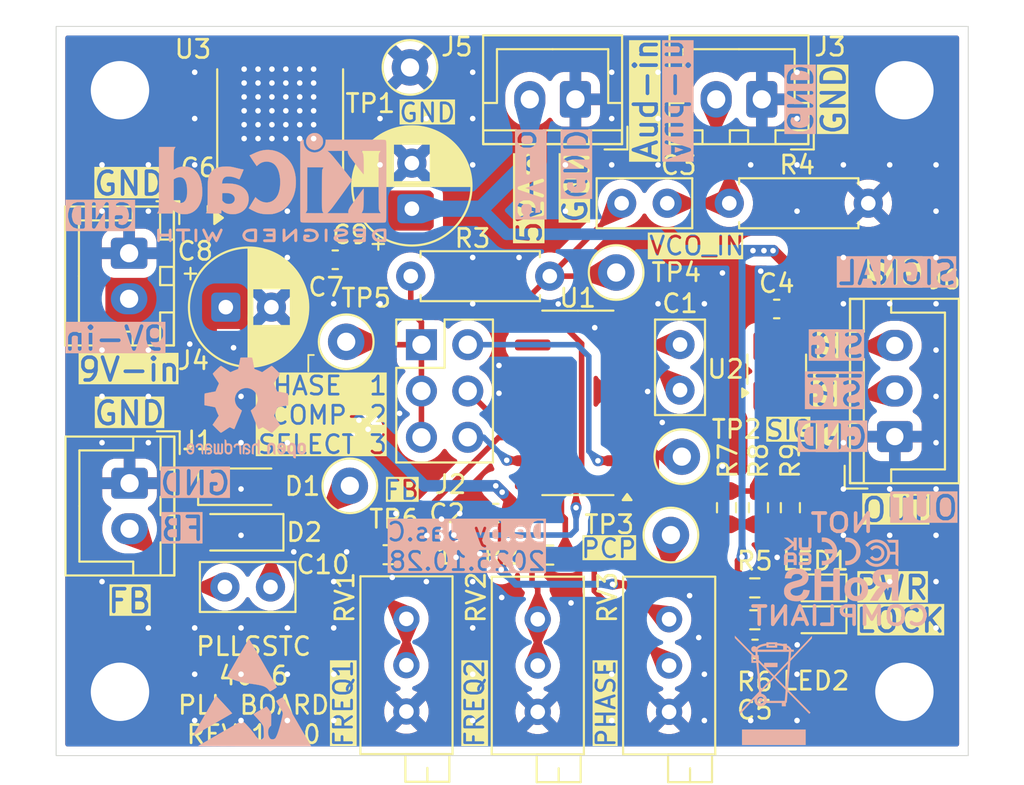
<source format=kicad_pcb>
(kicad_pcb (version 20241229) (generator "pcbnew") (generator_version "9.0")
  (title_block (title "4046 PLL Board") (date "2025-10-28") (rev "1.0.0") (company "Jason Chen"))
  (layers (0 "F.Cu" signal) (2 "B.Cu" signal) (13 "F.Paste" user) (15 "B.Paste" user) (5 "F.SilkS" user "F.Silkscreen") (7 "B.SilkS" user "B.Silkscreen") (1 "F.Mask" user) (3 "B.Mask" user) (25 "Edge.Cuts" user))
  (net 0 "")
  (net 1 "Net-(U1-C1)")
  (net 2 "Net-(U1-C2)")
  (net 3 "GND")
  (net 4 "+5V")
  (net 5 "Net-(LED2-A)")
  (net 6 "+9V")
  (net 7 "/FB")
  (net 8 "/PHASE_COMP_2")
  (net 9 "/PHASE_COMP_3")
  (net 10 "/PHASE_COMP_1")
  (net 11 "/SIG_OUT")
  (net 12 "/SIG_OUT_INV")
  (net 13 "Net-(LED1-A)")
  (net 14 "Net-(U1-R1)")
  (net 15 "Net-(R1-Pad2)")
  (net 16 "Net-(U1-R2)")
  (net 17 "Net-(R2-Pad2)")
  (net 18 "/LOCK_STATUS")
  (net 19 "/SIG")
  (net 21 "/VCO_IN")
  (net 22 "Net-(J1-Pin_2)")
  (net 23 "/PHASE_COMP")
  (net 24 "Net-(R7-Pad2)")
  (net 25 "/AUDIO_IN")
  (footprint "LED_SMD:LED_0603_1608Metric_Pad1.05x0.95mm_HandSolder" (layer "F.Cu") (at 163.4375 110.725 180)
    (property "Reference" "LED2")
    (property "Value" "Lock Green")
  )
  (footprint "Capacitor_SMD:C_0603_1608Metric_Pad1.08x0.95mm_HandSolder" (layer "F.Cu") (at 129.575 88.175 -90)
    (property "Reference" "C6")
    (property "Value" "100nF 50V")
  )
  (footprint "LED_SMD:LED_0603_1608Metric_Pad1.05x0.95mm_HandSolder" (layer "F.Cu") (at 163.4375 108.975 180)
    (property "Reference" "LED1")
    (property "Value" "PWR Yellow")
  )
  (footprint "Capacitor_THT:CP_Radial_D6.3mm_P2.50mm" (layer "F.Cu") (at 131.075 93.575)
    (property "Reference" "C8")
    (property "Value" "220uF 16V")
  )
  (footprint "TestPoint:TestPoint_Loop_D2.50mm_Drill1.0mm" (layer "F.Cu") (at 152.475 91.675)
    (property "Reference" "TP4")
    (property "Value" "TestPoint")
  )
  (footprint "MountingHole:MountingHole_3.2mm_M3_DIN965_Pad_TopBottom" (layer "F.Cu") (at 168.275 114.675)
    (property "Reference" "H4" (hide yes))
    (property "Value" "M3 MountingHole")
  )
  (footprint "Package_TO_SOT_SMD:TO-252-2" (layer "F.Cu") (at 134.055 83.635 90)
    (property "Reference" "U3")
    (property "Value" "L78M05")
  )
  (footprint "MountingHole:MountingHole_3.2mm_M3_DIN965_Pad_TopBottom" (layer "F.Cu") (at 125.275 114.675)
    (property "Reference" "H3" (hide yes))
    (property "Value" "M3 MountingHole")
  )
  (footprint "Potentiometer_THT:Potentiometer_Bourns_3296X_Horizontal" (layer "F.Cu") (at 155.375 110.695 90)
    (property "Reference" "RV3")
    (property "Value" "20k 3296Z")
  )
  (footprint "Capacitor_THT:C_Disc_D5.0mm_W2.5mm_P2.50mm" (layer "F.Cu") (at 133.525 108.925 180)
    (property "Reference" "C10")
    (property "Value" "100nF 50V")
  )
  (footprint "Connector_JST:JST_XH_B2B-XH-A_1x02_P2.50mm_Vertical" (layer "F.Cu") (at 150.24 82.175 180)
    (property "Reference" "J5")
    (property "Value" "Conn_01x02_Pin")
  )
  (footprint "TestPoint:TestPoint_Loop_D2.50mm_Drill1.0mm" (layer "F.Cu") (at 155.475 106.075)
    (property "Reference" "TP3")
    (property "Value" "TestPoint")
  )
  (footprint "Resistor_SMD:R_0603_1608Metric_Pad0.98x0.95mm_HandSolder" (layer "F.Cu") (at 160.075 108.975)
    (property "Reference" "R5")
    (property "Value" "1k")
  )
  (footprint "Resistor_SMD:R_0603_1608Metric_Pad0.98x0.95mm_HandSolder" (layer "F.Cu") (at 158.525 104.575 90)
    (property "Reference" "R7")
    (property "Value" "1k")
  )
  (footprint "Resistor_SMD:R_0603_1608Metric_Pad0.98x0.95mm_HandSolder" (layer "F.Cu") (at 148.775 107.175 180)
    (property "Reference" "R2")
    (property "Value" "3k")
  )
  (footprint "Potentiometer_THT:Potentiometer_Bourns_3296X_Horizontal" (layer "F.Cu") (at 148.175 110.695 90)
    (property "Reference" "RV2")
    (property "Value" "20k 3296Z")
  )
  (footprint "MountingHole:MountingHole_3.2mm_M3_DIN965_Pad_TopBottom" (layer "F.Cu") (at 125.275 81.675)
    (property "Reference" "H1" (hide yes))
    (property "Value" "M3 MountingHole")
  )
  (footprint "Connector_JST:JST_XH_B3B-XH-A_1x03_P2.50mm_Vertical" (layer "F.Cu") (at 167.75 100.675 90)
    (property "Reference" "J6")
    (property "Value" "Conn_01x03_Pin")
  )
  (footprint "Capacitor_SMD:C_0603_1608Metric_Pad1.08x0.95mm_HandSolder" (layer "F.Cu") (at 137.075 90.975)
    (property "Reference" "C7")
    (property "Value" "100nF 50V")
  )
  (footprint "Connector_JST:JST_XH_B2B-XH-A_1x02_P2.50mm_Vertical" (layer "F.Cu") (at 160.4575 82.175 180)
    (property "Reference" "J3")
    (property "Value" "Conn_01x02_Pin")
  )
  (footprint "Diode_SMD:D_SOD-123" (layer "F.Cu") (at 131.92 103.425)
    (property "Reference" "D1")
    (property "Value" "1N4148W")
  )
  (footprint "Capacitor_SMD:C_0603_1608Metric_Pad1.08x0.95mm_HandSolder" (layer "F.Cu") (at 160.0875 112.325)
    (property "Reference" "C5")
    (property "Value" "DNP")
  )
  (footprint "Potentiometer_THT:Potentiometer_Bourns_3296X_Horizontal" (layer "F.Cu") (at 140.975 110.675 90)
    (property "Reference" "RV1")
    (property "Value" "20k 3296Z")
  )
  (footprint "Capacitor_THT:CP_Radial_D6.3mm_P2.50mm" (layer "F.Cu") (at 141.275 88.175 90)
    (property "Reference" "C9")
    (property "Value" "220uF 16V")
  )
  (footprint "Connector_PinHeader_2.54mm:PinHeader_2x03_P2.54mm_Vertical" (layer "F.Cu") (at 141.8 95.635)
    (property "Reference" "J2")
    (property "Value" "Conn_02x03_Odd_Even")
  )
  (footprint "Capacitor_THT:C_Disc_D5.0mm_W2.5mm_P2.50mm" (layer "F.Cu") (at 155.975 98.125 90)
    (property "Reference" "C1")
    (property "Value" "TBDpF 50v")
  )
  (footprint "Package_TO_SOT_SMD:SOT-23-6_Handsoldering" (layer "F.Cu") (at 161.275 97.075 90)
    (property "Reference" "U2")
    (property "Value" "74LVC2G04")
  )
  (footprint "Connector_JST:JST_XH_B2B-XH-A_1x02_P2.50mm_Vertical" (layer "F.Cu") (at 125.775 90.616667 -90)
    (property "Reference" "J4")
    (property "Value" "Conn_01x02_Pin")
  )
  (footprint "Resistor_SMD:R_0603_1608Metric_Pad0.98x0.95mm_HandSolder" (layer "F.Cu") (at 162.025 104.575 90)
    (property "Reference" "R9")
    (property "Value" "DNP")
  )
  (footprint "Package_SO:SOIC-16_3.9x9.9mm_P1.27mm" (layer "F.Cu") (at 150.375 98.825 180)
    (property "Reference" "U1")
    (property "Value" "CD4046")
  )
  (footprint "TestPoint:TestPoint_Loop_D2.50mm_Drill1.0mm" (layer "F.Cu") (at 137.875 103.375)
    (property "Reference" "TP6")
    (property "Value" "TestPoint")
  )
  (footprint "TestPoint:TestPoint_Loop_D2.50mm_Drill1.0mm" (layer "F.Cu") (at 141.1725 80.425)
    (property "Reference" "TP1")
    (property "Value" "TestPoint")
  )
  (footprint "TestPoint:TestPoint_Loop_D2.50mm_Drill1.0mm" (layer "F.Cu") (at 137.675 95.475)
    (property "Reference" "TP5")
    (property "Value" "TestPoint")
  )
  (footprint "Resistor_SMD:R_0603_1608Metric_Pad0.98x0.95mm_HandSolder" (layer "F.Cu") (at 160.275 104.575 -90)
    (property "Reference" "R8")
    (property "Value" "DNP")
  )
  (footprint "Capacitor_THT:C_Disc_D5.0mm_W2.5mm_P2.50mm" (layer "F.Cu") (at 155.275 87.875 180)
    (property "Reference" "C3")
    (property "Value" "100nF 50V")
  )
  (footprint "Diode_SMD:D_SOD-123" (layer "F.Cu") (at 131.875 105.925 180)
    (property "Reference" "D2")
    (property "Value" "1N4148W")
  )
  (footprint "Resistor_THT:R_Axial_DIN0207_L6.3mm_D2.5mm_P7.62mm_Horizontal" (layer "F.Cu") (at 158.675 87.875)
    (property "Reference" "R4")
    (property "Value" "220R")
  )
  (footprint "TestPoint:TestPoint_Loop_D2.50mm_Drill1.0mm" (layer "F.Cu") (at 156.075 101.775)
    (property "Reference" "TP2")
    (property "Value" "TestPoint")
  )
  (footprint "Resistor_THT:R_Axial_DIN0207_L6.3mm_D2.5mm_P7.62mm_Horizontal" (layer "F.Cu") (at 141.215 91.875)
    (property "Reference" "R3")
    (property "Value" "120k")
  )
  (footprint "Resistor_SMD:R_0603_1608Metric_Pad0.98x0.95mm_HandSolder" (layer "F.Cu") (at 160.075 110.725)
    (property "Reference" "R6")
    (property "Value" "1k")
  )
  (footprint "Connector_JST:JST_XH_B2B-XH-A_1x02_P2.50mm_Vertical" (layer "F.Cu") (at 125.8 103.233333 -90)
    (property "Reference" "J1")
    (property "Value" "Conn_01x02_Pin")
  )
  (footprint "MountingHole:MountingHole_3.2mm_M3_DIN965_Pad_TopBottom" (layer "F.Cu") (at 168.275 81.675)
    (property "Reference" "H2" (hide yes))
    (property "Value" "M3 MountingHole")
  )
  (footprint "Capacitor_SMD:C_0603_1608Metric_Pad1.08x0.95mm_HandSolder" (layer "F.Cu") (at 161.275 93.675)
    (property "Reference" "C4")
    (property "Value" "100nF 50V")
  )
  (footprint "Resistor_SMD:R_0603_1608Metric_Pad0.98x0.95mm_HandSolder" (layer "F.Cu") (at 139.975 107.155 180)
    (property "Reference" "R1")
    (property "Value" "3k")
  )
  (footprint "Capacitor_SMD:C_0603_1608Metric_Pad1.08x0.95mm_HandSolder" (layer "F.Cu") (at 145.875 104.875)
    (property "Reference" "C2")
    (property "Value" "100nF 50V")
  )
  (footprint "Symbol:CE-Logo_8.5x6mm_SilkScreen" (layer "B.Cu") (at 164.811724 106.965333 180)
    (property "Reference" "REF**" (hide yes))
    (property "Value" "CE-Logo_8.5x6mm_SilkScreen" (hide yes))
  )
  (footprint "Symbol:KiCad-Logo2_5mm_SilkScreen" (layer "B.Cu") (at 133.6 87 180)
    (property "Reference" "REF**" (hide yes))
    (property "Value" "KiCad-Logo2_5mm_SilkScreen" (hide yes))
  )
  (footprint "Symbol:FCC-Logo_7.3x6mm_SilkScreen" (layer "B.Cu") (at 167.032927 107.065333 180)
    (property "Reference" "REF**" (hide yes))
    (property "Value" "FCC-Logo_7.3x6mm_SilkScreen" (hide yes))
  )
  (footprint "Symbol:OSHW-Logo2_7.3x6mm_SilkScreen" (layer "B.Cu") (at 132.2 99.1 180)
    (property "Reference" "REF**" (hide yes))
    (property "Value" "OSHW-Logo2_7.3x6mm_SilkScreen" (hide yes))
  )
  (footprint "Symbol:RoHS-Logo_6mm_SilkScreen" (layer "B.Cu") (at 164.8 108.8 180)
    (property "Reference" "REF**" (hide yes))
    (property "Value" "RoHS-Logo_6mm_SilkScreen" (hide yes))
  )
  (footprint "Symbol:UKCA-Logo_6x6mm_SilkScreen" (layer "B.Cu") (at 162.433417 106.965333 180)
    (property "Reference" "REF**" (hide yes))
    (property "Value" "UKCA-Logo_6x6mm_SilkScreen" (hide yes))
  )
  (footprint "Symbol:ESD-Logo_6.6x6mm_SilkScreen" (layer "B.Cu") (at 132.5 114.7 180)
    (property "Reference" "REF**" (hide yes))
    (property "Value" "ESD-Logo_6.6x6mm_SilkScreen" (hide yes))
  )
  (footprint "Symbol:WEEE-Logo_4.2x6mm_SilkScreen" (layer "B.Cu") (at 161.1 114.6 180)
    (property "Reference" "REF**" (hide yes))
    (property "Value" "WEEE-Logo_4.2x6mm_SilkScreen" (hide yes))
  )
  (gr_line (start 135.6 97.1) (end 135.6 96.2) (stroke (width 0.1)) (layer "F.SilkS"))
  (gr_line (start 135.6 96.2) (end 135.9 96.2) (stroke (width 0.1)) (layer "F.SilkS"))
  (gr_rect (start 121.775 78.175) (end 171.775 118.175) (stroke (width 0.05)) (fill no) (layer "Edge.Cuts"))
  (gr_text "PCP" (at 150.475 107.4 0) (layer "F.SilkS" knockout) (effects (font (size 1 1)) (justify left bottom)))
  (gr_text "VCO_IN" (at 154.2 90.8 0) (layer "F.SilkS" knockout) (effects (font (size 1 1)) (justify left bottom)))
  (gr_text "PHASE  1\nCOMP-2\nSELECT 3" (at 140 99.5 0) (layer "F.SilkS" knockout) (effects (font (size 1 1)) (justify right)))
  (gr_text "5V-o" (at 147.74 87.6 90) (layer "F.SilkS" knockout) (effects (font (size 1.25 1.25) (thickness 0.2))))
  (gr_text "FREQ2" (at 145.3 117.8 90) (layer "F.SilkS" knockout) (effects (font (size 1 1)) (justify left bottom)))
  (gr_text "PWR" (at 167.6 108.975 0) (layer "F.SilkS" knockout) (effects (font (size 1.25 1.25) (thickness 0.2))))
  (gr_text "OUT" (at 167.75 104.7 0) (layer "F.SilkS" knockout) (effects (font (size 1.25 1.25) (thickness 0.2))))
  (gr_text "GND" (at 164.4 82.175 90) (layer "F.SilkS" knockout) (effects (font (size 1.25 1.25) (thickness 0.2))))
  (gr_text "SIG" (at 160.6 100.9 0) (layer "F.SilkS" knockout) (effects (font (size 1 1)) (justify left bottom)))
  (gr_text "FREQ1" (at 138.1 117.8 90) (layer "F.SilkS" knockout) (effects (font (size 1 1)) (justify left bottom)))
  (gr_text "FB" (at 139.7 104.2 0) (layer "F.SilkS" knockout) (effects (font (size 1 1)) (justify left bottom)))
  (gr_text "PHASE" (at 152.5 117.8 90) (layer "F.SilkS" knockout) (effects (font (size 1 1)) (justify left bottom)))
  (gr_text "FB" (at 125.8 109.7 0) (layer "F.SilkS" knockout) (effects (font (size 1.25 1.25) (thickness 0.2))))
  (gr_text "SIG" (at 167.75 91.7 0) (layer "F.SilkS" knockout) (effects (font (size 1.25 1.25) (thickness 0.2))))
  (gr_text "GND" (at 140.5 83.5 0) (layer "F.SilkS" knockout) (effects (font (size 1 1)) (justify left bottom)))
  (gr_text "G" (at 164.8 101.44275 0) (layer "F.SilkS" knockout) (effects (font (size 1.25 1.25) (thickness 0.2)) (justify right bottom)))
  (gr_text "GND" (at 125.775 86.8 0) (layer "F.SilkS" knockout) (effects (font (size 1.25 1.25) (thickness 0.2))))
  (gr_text "GND" (at 125.8 99.4 0) (layer "F.SilkS" knockout) (effects (font (size 1.25 1.25) (thickness 0.2))))
  (gr_text "GND" (at 150.24 87.034524 90) (layer "F.SilkS" knockout) (effects (font (size 1.25 1.25) (thickness 0.2))))
  (gr_text "~{S}" (at 164.7 99.096917 0) (layer "F.SilkS" knockout) (effects (font (size 1.25 1.25) (thickness 0.2)) (justify right bottom)))
  (gr_text "9V-in" (at 125.775 97 0) (layer "F.SilkS" knockout) (effects (font (size 1.25 1.25) (thickness 0.2))))
  (gr_text "LOCK" (at 168.046429 110.775 0) (layer "F.SilkS" knockout) (effects (font (size 1.25 1.25) (thickness 0.2))))
  (gr_text "PLLSSTC\n4046\nPLL BOARD\nREV 1.0.0" (at 132.6 114.6 0) (layer "F.SilkS") (effects (font (size 1 1))))
  (gr_text "S" (at 164.8 96.44275 0) (layer "F.SilkS" knockout) (effects (font (size 1.25 1.25) (thickness 0.2)) (justify right bottom)))
  (gr_text "Aud-in" (at 154.1 82.175 90) (layer "F.SilkS" knockout) (effects (font (size 1.25 1.25) (thickness 0.2))))
  (gr_text "FB" (at 128.7 105.733333 -0) (layer "B.SilkS" knockout) (effects (font (size 1.25 1.25) (thickness 0.2)) (justify mirror)))
  (gr_text "NOT" (at 166.705423 106 0) (layer "B.SilkS") (effects (font (size 1 1.2) (thickness 0.2) (bold yes)) (justify left bottom mirror)))
  (gr_text "GND" (at 162.5 82.175 -90) (layer "B.SilkS" knockout) (effects (font (size 1.25 1.25) (thickness 0.2)) (justify mirror)))
  (gr_text "5V-o" (at 147.74 86.3 -90) (layer "B.SilkS" knockout) (effects (font (size 1.25 1.25) (thickness 0.2)) (justify mirror)))
  (gr_text "GND" (at 162.3 101.44275 -0) (layer "B.SilkS" knockout) (effects (font (size 1.25 1.25) (thickness 0.2)) (justify right bottom mirror)))
  (gr_text "Aud-in" (at 155.8 82.175 -90) (layer "B.SilkS" knockout) (effects (font (size 1.25 1.25) (thickness 0.2)) (justify mirror)))
  (gr_text "9V-in" (at 125 95.3 -0) (layer "B.SilkS" knockout) (effects (font (size 1.25 1.25) (thickness 0.2)) (justify mirror)))
  (gr_text "SIG" (at 162.9 96.44275 -0) (layer "B.SilkS" knockout) (effects (font (size 1.25 1.25) (thickness 0.2)) (justify right bottom mirror)))
  (gr_text "COMPLIANT" (at 169.764352 111.1 0) (layer "B.SilkS") (effects (font (size 1 1.2) (thickness 0.2) (bold yes)) (justify left bottom mirror)))
  (gr_text "~{SIG}" (at 162.8 99.096917 -0) (layer "B.SilkS" knockout) (effects (font (size 1.25 1.25) (thickness 0.2)) (justify right bottom mirror)))
  (gr_text "OUT" (at 169.4 104.6 -0) (layer "B.SilkS" knockout) (effects (font (size 1.25 1.25) (thickness 0.2)) (justify mirror)))
  (gr_text "GND" (at 150.24 85.734524 -90) (layer "B.SilkS" knockout) (effects (font (size 1.25 1.25) (thickness 0.2)) (justify mirror)))
  (gr_text "SIGNAL" (at 167.9 91.7 -0) (layer "B.SilkS" knockout) (effects (font (size 1.25 1.25) (thickness 0.2)) (justify mirror)))
  (gr_text "De.by Jas.C\n2025.10.28" (at 144.3 108.1 0) (layer "B.SilkS" knockout) (effects (font (size 1 1)) (justify bottom mirror)))
  (gr_text "GND" (at 124.2 88.6 -0) (layer "B.SilkS" knockout) (effects (font (size 1.25 1.25) (thickness 0.2)) (justify mirror)))
  (gr_text "GND" (at 129.4 103.233333 -0) (layer "B.SilkS" knockout) (effects (font (size 1.25 1.25) (thickness 0.2)) (justify mirror)))
  (segment (start 152.85 96.92) (end 154.77 96.92) (width 0.3048) (layer "F.Cu") (net 1))
  (segment (start 154.77 96.92) (end 155.975 98.125) (width 0.3048) (layer "F.Cu") (net 1))
  (segment (start 152.85 95.65) (end 155.95 95.65) (width 0.3048) (layer "F.Cu") (net 2))
  (segment (start 155.95 95.65) (end 155.975 95.625) (width 0.3048) (layer "F.Cu") (net 2))
  (segment (start 161.275 99.82175) (end 162.39 100.93675) (width 0.635) (layer "F.Cu") (net 3))
  (segment (start 127.533333 103.233333) (end 130.225 105.925) (width 0.635) (layer "F.Cu") (net 3))
  (segment (start 161.275 98.425) (end 161.275 99.82175) (width 0.635) (layer "F.Cu") (net 3))
  (segment (start 125.8 103.233333) (end 127.533333 103.233333) (width 0.635) (layer "F.Cu") (net 3))
  (via (at 157.31 93.39) (size 0.6096) (drill 0.3048) (layers "F.Cu" "B.Cu") (net 3))
  (via (at 139.53 85.77) (size 0.6096) (drill 0.3048) (layers "F.Cu" "B.Cu") (net 3))
  (via (at 129.37 80.69) (size 0.6096) (drill 0.3048) (layers "F.Cu" "B.Cu") (net 3))
  (via (at 135.128 82.804) (size 0.6096) (drill 0.3048) (layers "F.Cu" "B.Cu") (net 3))
  (via (at 132.08 84.328) (size 0.6096) (drill 0.3048) (layers "F.Cu" "B.Cu") (net 3))
  (via (at 132.08 81.28) (size 0.6096) (drill 0.3048) (layers "F.Cu" "B.Cu") (net 3))
  (via (at 144.61 83.23) (size 0.6096) (drill 0.3048) (layers "F.Cu" "B.Cu") (net 3))
  (via (at 132.842 80.518) (size 0.6096) (drill 0.3048) (layers "F.Cu" "B.Cu") (net 3))
  (via (at 170.01 103.55) (size 0.6096) (drill 0.3048) (layers "F.Cu" "B.Cu") (net 3))
  (via (at 126.83 85.77) (size 0.6096) (drill 0.3048) (layers "F.Cu" "B.Cu") (net 3))
  (via (at 131.91 116.25) (size 0.6096) (drill 0.3048) (layers "F.Cu" "B.Cu") (net 3))
  (via (at 129.37 116.25) (size 0.6096) (drill 0.3048) (layers "F.Cu" "B.Cu") (net 3))
  (via (at 162.39 116.25) (size 0.6096) (drill 0.3048) (layers "F.Cu" "B.Cu") (net 3))
  (via (at 157.31 116.25) (size 0.6096) (drill 0.3048) (layers "F.Cu" "B.Cu") (net 3))
  (via (at 149.69 85.77) (size 0.6096) (drill 0.3048) (layers "F.Cu" "B.Cu") (net 3))
  (via (at 142.9 105.2) (size 0.6096) (drill 0.3048) (layers "F.Cu" "B.Cu") (net 3))
  (via (at 170.01 85.77) (size 0.6096) (drill 0.3048) (layers "F.Cu" "B.Cu") (net 3))
  (via (at 157 111.7) (size 0.6096) (drill 0.3048) (layers "F.Cu" "B.Cu") (net 3))
  (via (at 136.99 116.25) (size 0.6096) (drill 0.3048) (layers "F.Cu" "B.Cu") (net 3))
  (via (at 135.128 81.28) (size 0.6096) (drill 0.3048) (layers "F.Cu" "B.Cu") (net 3))
  (via (at 161.3 107.3) (size 0.6096) (drill 0.3048) (layers "F.Cu" "B.Cu") (net 3))
  (via (at 170.01 111.17) (size 0.6096) (drill 0.3048) (layers "F.Cu" "B.Cu") (net 3))
  (via (at 170.01 101.01) (size 0.6096) (drill 0.3048) (layers "F.Cu" "B.Cu") (net 3))
  (via (at 144.61 85.77) (size 0.6096) (drill 0.3048) (layers "F.Cu" "B.Cu") (net 3))
  (via (at 129.37 113.71) (size 0.6096) (drill 0.3048) (layers "F.Cu" "B.Cu") (net 3))
  (via (at 139.53 83.23) (size 0.6096) (drill 0.3048) (layers "F.Cu" "B.Cu") (net 3))
  (via (at 124.29 101.01) (size 0.6096) (drill 0.3048) (layers "F.Cu" "B.Cu") (net 3))
  (via (at 167.47 90.85) (size 0.6096) (drill 0.3048) (layers "F.Cu" "B.Cu") (net 3))
  (via (at 139.53 93.39) (size 0.6096) (drill 0.3048) (layers "F.Cu" "B.Cu") (net 3))
  (via (at 132.842 84.328) (size 0.6096) (drill 0.3048) (layers "F.Cu" "B.Cu") (net 3))
  (via (at 133.604 82.804) (size 0.6096) (drill 0.3048) (layers "F.Cu" "B.Cu") (net 3))
  (via (at 133.604 83.566) (size 0.6096) (drill 0.3048) (layers "F.Cu" "B.Cu") (net 3))
  (via (at 131.91 103.55) (size 0.6096) (drill 0.3048) (layers "F.Cu" "B.Cu") (net 3))
  (via (at 142.07 83.23) (size 0.6096) (drill 0.3048) (layers "F.Cu" "B.Cu") (net 3))
  (via (at 159.85 116.25) (size 0.6096) (drill 0.3048) (layers "F.Cu" "B.Cu") (net 3))
  (via (at 133.604 84.328) (size 0.6096) (drill 0.3048) (layers "F.Cu" "B.Cu") (net 3))
  (via (at 134.45 116.25) (size 0.6096) (drill 0.3048) (layers "F.Cu" "B.Cu") (net 3))
  (via (at 135.89 84.328) (size 0.6096) (drill 0.3048) (layers "F.Cu" "B.Cu") (net 3))
  (via (at 135.128 84.328) (size 0.6096) (drill 0.3048) (layers "F.Cu" "B.Cu") (net 3))
  (via (at 162.4 112.1) (size 0.6096) (drill 0.3048) (layers "F.Cu" "B.Cu") (net 3))
  (via (at 126.83 88.31) (size 0.6096) (drill 0.3048) (layers "F.Cu" "B.Cu") (net 3))
  (via (at 124.29 88.31) (size 0.6096) (drill 0.3048) (layers "F.Cu" "B.Cu") (net 3))
  (via (at 160.4 91.6) (size 0.6096) (drill 0.3048) (layers "F.Cu" "B.Cu") (net 3))
  (via (at 136.99 93.39) (size 0.6096) (drill 0.3048) (layers "F.Cu" "B.Cu") (net 3))
  (via (at 151.3 94.7) (size 0.6096) (drill 0.3048) (layers "F.Cu" "B.Cu") (net 3))
  (via (at 158.3 91.7) (size 0.6096) (drill 0.3048) (layers "F.Cu" "B.Cu") (net 3))
  (via (at 152.23 116.25) (size 0.6096) (drill 0.3048) (layers "F.Cu" "B.Cu") (net 3))
  (via (at 134.45 90.85) (size 0.6096) (drill 0.3048) (layers "F.Cu" "B.Cu") (net 3))
  (via (at 124.29 98.47) (size 0.6096) (drill 0.3048) (layers "F.Cu" "B.Cu") (net 3))
  (via (at 131.5 95.8) (size 0.6096) (drill 0.3048) (layers "F.Cu" "B.Cu") (net 3))
  (via (at 132.08 80.518) (size 0.6096) (drill 0.3048) (layers "F.Cu" "B.Cu") (net 3))
  (via (at 134.366 81.28) (size 0.6096) (drill 0.3048) (layers "F.Cu" "B.Cu") (net 3))
  (via (at 142.07 108.63) (size 0.6096) (drill 0.3048) (layers "F.Cu" "B.Cu") (net 3))
  (via (at 152.23 80.69) (size 0.6096) (drill 0.3048) (layers "F.Cu" "B.Cu") (net 3))
  (via (at 140.4 104.9) (size 0.6096) (drill 0.3048) (layers "F.Cu" "B.Cu") (net 3))
  (via (at 132.842 82.042) (size 0.6096) (drill 0.3048) (layers "F.Cu" "B.Cu") (net 3))
  (via (at 142.1 106.1) (size 0.6096) (drill 0.3048) (layers "F.Cu" "B.Cu") (net 3))
  (via (at 135.128 82.042) (size 0.6096) (drill 0.3048) (layers "F.Cu" "B.Cu") (net 3))
  (via (at 162.39 113.71) (size 0.6096) (drill 0.3048) (layers "F.Cu" "B.Cu") (net 3))
  (via (at 167.47 85.77) (size 0.6096) (drill 0.3048) (layers "F.Cu" "B.Cu") (net 3))
  (via (at 140.2 108.4) (size 0.6096) (drill 0.3048) (layers "F.Cu" "B.Cu") (net 3))
  (via (at 136.99 108.63) (size 0.6096) (drill 0.3048) (layers "F.Cu" "B.Cu") (net 3))
  (via (at 132.842 81.28) (size 0.6096) (drill 0.3048) (layers "F.Cu" "B.Cu") (net 3))
  (via (at 144.61 111.17) (size 0.6096) (drill 0.3048) (layers "F.Cu" "B.Cu") (net 3))
  (via (at 164.93 90.85) (size 0.6096) (drill 0.3048) (layers "F.Cu" "B.Cu") (net 3))
  (via (at 126.83 95.93) (size 0.6096) (drill 0.3048) (layers "F.Cu" "B.Cu") (net 3))
  (via (at 154.77 80.69) (size 0.6096) (drill 0.3048) (layers "F.Cu" "B.Cu") (net 3))
  (via (at 146.2 109.5) (size 0.6096) (drill 0.3048) (layers "F.Cu" "B.Cu") (net 3))
  (via (at 131.91 98.47) (size 0.6096) (drill 0.3048) (layers "F.Cu" "B.Cu") (net 3))
  (via (at 131.91 101.01) (size 0.6096) (drill 0.3048) (layers "F.Cu" "B.Cu") (net 3))
  (via (at 164.93 93.39) (size 0.6096) (drill 0.3048) (layers "F.Cu" "B.Cu") (net 3))
  (via (at 136.99 111.17) (size 0.6096) (drill 0.3048) (layers "F.Cu" "B.Cu") (net 3))
  (via (at 170.01 98.47) (size 0.6096) (drill 0.3048) (layers "F.Cu" "B.Cu") (net 3))
  (via (at 132.08 82.042) (size 0.6096) (drill 0.3048) (layers "F.Cu" "B.Cu") (net 3))
  (via (at 124.29 108.63) (size 0.6096) (drill 0.3048) (layers "F.Cu" "B.Cu") (net 3))
  (via (at 144.61 116.25) (size 0.6096) (drill 0.3048) (layers "F.Cu" "B.Cu") (net 3))
  (via (at 140.6 99.4) (size 0.6096) (drill 0.3048) (layers "F.Cu" "B.Cu") (net 3))
  (via (at 135.89 83.566) (size 0.6096) (drill 0.3048) (layers "F.Cu" "B.Cu") (net 3))
  (via (at 129.1 95.6) (size 0.6096) (drill 0.3048) (layers "F.Cu" "B.Cu") (net 3))
  (via (at 136.99 113.71) (size 0.6096) (drill 0.3048) (layers "F.Cu" "B.Cu") (net 3))
  (via (at 135.89 80.518) (size 0.6096) (drill 0.3048) (layers "F.Cu" "B.Cu") (net 3))
  (via (at 135.128 83.566) (size 0.6096) (drill 0.3048) (layers "F.Cu" "B.Cu") (net 3))
  (via (at 158.3 102.3) (size 0.6096) (drill 0.3048) (layers "F.Cu" "B.Cu") (net 3))
  (via (at 170.01 90.85) (size 0.6096) (drill 0.3048) (layers "F.Cu" "B.Cu") (net 3))
  (via (at 135.89 81.28) (size 0.6096) (drill 0.3048) (layers "F.Cu" "B.Cu") (net 3))
  (via (at 124.29 85.77) (size 0.6096) (drill 0.3048) (layers "F.Cu" "B.Cu") (net 3))
  (via (at 155 99.9) (size 0.6096) (drill 0.3048) (layers "F.Cu" "B.Cu") (net 3))
  (via (at 134.8 107) (size 0.6096) (drill 0.3048) (layers "F.Cu" "B.Cu") (net 3))
  (via (at 146.05 96.774) (size 0.6096) (drill 0.3048) (layers "F.Cu" "B.Cu") (net 3))
  (via (at 162.39 85.77) (size 0.6096) (drill 0.3048) (layers "F.Cu" "B.Cu") (net 3))
  (via (at 152.23 83.23) (size 0.6096) (drill 0.3048) (layers "F.Cu" "B.Cu") (net 3))
  (via (at 133.604 82.042) (size 0.6096) (drill 0.3048) (layers "F.Cu" "B.Cu") (net 3))
  (via (at 164.93 103.55) (size 0.6096) (drill 0.3048) (layers "F.Cu" "B.Cu") (net 3))
  (via (at 143.7 107.3) (size 0.6096) (drill 0.3048) (layers "F.Cu" "B.Cu") (net 3))
  (via (at 143.9 104.9) (size 0.6096) (drill 0.3048) (layers "F.Cu" "B.Cu") (net 3))
  (via (at 129.37 83.23) (size 0.6096) (drill 0.3048) (layers "F.Cu" "B.Cu") (net 3))
  (via (at 147.15 90.85) (size 0.6096) (drill 0.3048) (layers "F.Cu" "B.Cu") (net 3))
  (via (at 129.37 111.17) (size 0.6096) (drill 0.3048) (layers "F.Cu" "B.Cu") (net 3))
  (via (at 126.83 101.01) (size 0.6096) (drill 0.3048) (layers "F.Cu" "B.Cu") (net 3))
  (via (at 167.47 103.55) (size 0.6096) (drill 0.3048) (layers "F.Cu" "B.Cu") (net 3))
  (via (at 154.77 85.77) (size 0.6096) (drill 0.3048) (layers "F.Cu" "B.Cu") (net 3))
  (via (at 154.77 93.39) (size 0.6096) (drill 0.3048) (layers "F.Cu" "B.Cu") (net 3))
  (via (at 133.604 81.28) (size 0.6096) (drill 0.3048) (layers "F.Cu" "B.Cu") (net 3))
  (via (at 146.05 98.298) (size 0.6096) (drill 0.3048) (layers "F.Cu" "B.Cu") (net 3))
  (via (at 131.91 113.71) (size 0.6096) (drill 0.3048) (layers "F.Cu" "B.Cu") (net 3))
  (via (at 132.842 82.804) (size 0.6096) (drill 0.3048) (layers "F.Cu" "B.Cu") (net 3))
  (via (at 170.01 95.93) (size 0.6096) (drill 0.3048) (layers "F.Cu" "B.Cu") (net 3))
  (via (at 167.47 93.39) (size 0.6096) (drill 0.3048) (layers "F.Cu" "B.Cu") (net 3))
  (via (at 137.7 107) (size 0.6096) (drill 0.3048) (layers "F.Cu" "B.Cu") (net 3))
  (via (at 159.85 85.77) (size 0.6096) (drill 0.3048) (layers "F.Cu" "B.Cu") (net 3))
  (via (at 149.69 88.31) (size 0.6096) (drill 0.3048) (layers "F.Cu" "B.Cu") (net 3))
  (via (at 134.45 101.01) (size 0.6096) (drill 0.3048) (layers "F.Cu" "B.Cu") (net 3))
  (via (at 129.37 85.77) (size 0.6096) (drill 0.3048) (layers "F.Cu" "B.Cu") (net 3))
  (via (at 134.366 83.566) (size 0.6096) (drill 0.3048) (layers "F.Cu" "B.Cu") (net 3))
  (via (at 131.91 111.17) (size 0.6096) (drill 0.3048) (layers "F.Cu" "B.Cu") (net 3))
  (via (at 170.01 106.09) (size 0.6096) (drill 0.3048) (layers "F.Cu" "B.Cu") (net 3))
  (via (at 134.366 84.328) (size 0.6096) (drill 0.3048) (layers "F.Cu" "B.Cu") (net 3))
  (via (at 126.83 111.17) (size 0.6096) (drill 0.3048) (layers "F.Cu" "B.Cu") (net 3))
  (via (at 152.23 85.77) (size 0.6096) (drill 0.3048) (layers "F.Cu" "B.Cu") (net 3))
  (via (at 134.45 88.31) (size 0.6096) (drill 0.3048) (layers "F.Cu" "B.Cu") (net 3))
  (via (at 170.01 93.39) (size 0.6096) (drill 0.3048) (layers "F.Cu" "B.Cu") (net 3))
  (via (at 164.93 101.01) (size 0.6096) (drill 0.3048) (layers "F.Cu" "B.Cu") (net 3))
  (via (at 164.93 106.09) (size 0.6096) (drill 0.3048) (layers "F.Cu" "B.Cu") (net 3))
  (via (at 162.39 88.31) (size 0.6096) (drill 0.3048) (layers "F.Cu" "B.Cu") (net 3))
  (via (at 144.61 93.39) (size 0.6096) (drill 0.3048) (layers "F.Cu" "B.Cu") (net 3))
  (via (at 154.2 98.2) (size 0.6096) (drill 0.3048) (layers "F.Cu" "B.Cu") (net 3))
  (via (at 164.93 85.77) (size 0.6096) (drill 0.3048) (layers "F.Cu" "B.Cu") (net 3))
  (via (at 152.23 113.71) (size 0.6096) (drill 0.3048) (layers "F.Cu" "B.Cu") (net 3))
  (via (at 135.89 82.804) (size 0.6096) (drill 0.3048) (layers "F.Cu" "B.Cu") (net 3))
  (via (at 132.842 83.566) (size 0.6096) (drill 0.3048) (layers "F.Cu" "B.Cu") (net 3))
  (via (at 135.128 80.518) (size 0.6096) (drill 0.3048) (layers "F.Cu" "B.Cu") (net 3))
  (via (at 133.604 80.518) (size 0.6096) (drill 0.3048) (layers "F.Cu" "B.Cu") (net 3))
  (via (at 149.3 93.4) (size 0.6096) (drill 0.3048) (layers "F.Cu" "B.Cu") (net 3))
  (via (at 135.89 82.042) (size 0.6096) (drill 0.3048) (layers "F.Cu" "B.Cu") (net 3))
  (via (at 150 109.8) (size 0.6096) (drill 0.3048) (layers "F.Cu" "B.Cu") (net 3))
  (via (at 134.45 111.17) (size 0.6096) (drill 0.3048) (layers "F.Cu" "B.Cu") (net 3))
  (via (at 170.01 108.63) (size 0.6096) (drill 0.3048) (layers "F.Cu" "B.Cu") (net 3))
  (via (at 134.366 82.804) (size 0.6096) (drill 0.3048) (layers "F.Cu" "B.Cu") (net 3))
  (via (at 157.31 113.71) (size 0.6096) (drill 0.3048) (layers "F.Cu" "B.Cu") (net 3))
  (via (at 144.61 113.71) (size 0.6096) (drill 0.3048) (layers "F.Cu" "B.Cu") (net 3))
  (via (at 167.47 106.09) (size 0.6096) (drill 0.3048) (layers "F.Cu" "B.Cu") (net 3))
  (via (at 144.61 90.85) (size 0.6096) (drill 0.3048) (layers "F.Cu" "B.Cu") (net 3))
  (via (at 162.39 80.69) (size 0.6096) (drill 0.3048) (layers "F.Cu" "B.Cu") (net 3))
  (via (at 131.91 106.09) (size 0.6096) (drill 0.3048) (layers "F.Cu" "B.Cu") (net 3))
  (via (at 134.366 80.518) (size 0.6096) (drill 0.3048) (layers "F.Cu" "B.Cu") (net 3))
  (via (at 132.08 83.566) (size 0.6096) (drill 0.3048) (layers "F.Cu" "B.Cu") (net 3))
  (via (at 154.77 83.23) (size 0.6096) (drill 0.3048) (layers "F.Cu" "B.Cu") (net 3))
  (via (at 134.366 82.042) (size 0.6096) (drill 0.3048) (layers "F.Cu" "B.Cu") (net 3))
  (via (at 156.5 109.4) (size 0.6096) (drill 0.3048) (layers "F.Cu" "B.Cu") (net 3))
  (via (at 145 107.1) (size 0.6096) (drill 0.3048) (layers "F.Cu" "B.Cu") (net 3))
  (via (at 144.61 108.63) (size 0.6096) (drill 0.3048) (layers "F.Cu" "B.Cu") (net 3))
  (via (at 162.39 83.23) (size 0.6096) (drill 0.3048) (layers "F.Cu" "B.Cu") (net 3))
  (via (at 134.45 113.71) (size 0.6096) (drill 0.3048) (layers "F.Cu" "B.Cu") (net 3))
  (via (at 159.85 113.71) (size 0.6096) (drill 0.3048) (layers "F.Cu" "B.Cu") (net 3))
  (via (at 124.29 95.93) (size 0.6096) (drill 0.3048) (layers "F.Cu" "B.Cu") (net 3))
  (via (at 126.83 98.47) (size 0.6096) (drill 0.3048) (layers "F.Cu" "B.Cu") (net 3))
  (via (at 167.47 108.63) (size 0.6096) (drill 0.3048) (layers "F.Cu" "B.Cu") (net 3))
  (via (at 132.08 82.804) (size 0.6096) (drill 0.3048) (layers "F.Cu" "B.Cu") (net 3))
  (via (at 170.01 88.31) (size 0.6096) (drill 0.3048) (layers "F.Cu" "B.Cu") (net 3))
  (via (at 144.61 80.69) (size 0.6096) (drill 0.3048) (layers "F.Cu" "B.Cu") (net 3))
  (segment (start 161.275 95.725) (end 161.275 94.5375) (width 0.635) (layer "F.Cu") (net 4))
  (segment (start 161.075 90.475) (end 160.575 90.475) (width 0.635) (layer "F.Cu") (net 4))
  (segment (start 160.575 90.475) (end 159.975 90.475) (width 0.635) (layer "F.Cu") (net 4))
  (segment (start 159.1625 107.4875) (end 159.375 107.275) (width 0.381) (layer "F.Cu") (net 4))
  (segment (start 162.1375 91.5375) (end 161.075 90.475) (width 0.635) (layer "F.Cu") (net 4))
  (segment (start 159.1625 108.975) (end 159.1625 107.4875) (width 0.381) (layer "F.Cu") (net 4))
  (segment (start 161.275 94.5375) (end 162.1375 93.675) (width 0.635) (layer "F.Cu") (net 4))
  (segment (start 162.1375 93.675) (end 162.1375 91.5375) (width 0.635) (layer "F.Cu") (net 4))
  (via (at 160.575 90.475) (size 0.6096) (drill 0.3048) (layers "F.Cu" "B.Cu") (net 4))
  (via (at 159.375 107.275) (size 0.6096) (drill 0.3048) (layers "F.Cu" "B.Cu") (net 4))
  (via (at 159.975 90.475) (size 0.6096) (drill 0.3048) (layers "F.Cu" "B.Cu") (net 4))
  (via (at 161.075 90.475) (size 0.6096) (drill 0.3048) (layers "F.Cu" "B.Cu") (net 4))
  (segment (start 141.275 88.175) (end 145.075 88.175) (width 0.889) (layer "B.Cu") (net 4))
  (segment (start 159.375 107.275) (end 159.375 90.975) (width 0.381) (layer "B.Cu") (net 4))
  (segment (start 155.675 90.475) (end 154.775 89.575) (width 0.635) (layer "B.Cu") (net 4))
  (segment (start 146.475 89.575) (end 145.075 88.175) (width 0.635) (layer "B.Cu") (net 4))
  (segment (start 159 90.475) (end 155.675 90.475) (width 0.635) (layer "B.Cu") (net 4))
  (segment (start 147.74 85.51) (end 147.74 82.175) (width 0.889) (layer "B.Cu") (net 4))
  (segment (start 161.075 90.475) (end 159.875 90.475) (width 0.635) (layer "B.Cu") (net 4))
  (segment (start 159.375 90.975) (end 159.375 90.85) (width 0.381) (layer "B.Cu") (net 4))
  (segment (start 154.775 89.575) (end 146.475 89.575) (width 0.635) (layer "B.Cu") (net 4))
  (segment (start 159.875 90.475) (end 159 90.475) (width 0.635) (layer "B.Cu") (net 4))
  (segment (start 159.375 90.85) (end 159 90.475) (width 0.381) (layer "B.Cu") (net 4))
  (segment (start 145.075 88.175) (end 147.74 85.51) (width 0.889) (layer "B.Cu") (net 4))
  (segment (start 159.375 90.975) (end 159.875 90.475) (width 0.381) (layer "B.Cu") (net 4))
  (segment (start 160.9875 112.2875) (end 160.95 112.325) (width 0.3048) (layer "F.Cu") (net 5))
  (segment (start 160.9875 110.725) (end 160.9875 112.2875) (width 0.3048) (layer "F.Cu") (net 5))
  (segment (start 160.9875 110.725) (end 162.5625 110.725) (width 0.3048) (layer "F.Cu") (net 5))
  (segment (start 130.27 103.425) (end 130.27 94.38) (width 0.635) (layer "F.Cu") (net 6))
  (segment (start 152.275 108.775) (end 152.975 108.775) (width 0.381) (layer "F.Cu") (net 6))
  (segment (start 146.175 105.4375) (end 146.7375 104.875) (width 0.381) (layer "F.Cu") (net 6))
  (segment (start 147.9 104.45) (end 147.475 104.875) (width 0.635) (layer "F.Cu") (net 6))
  (segment (start 138.375 99.775) (end 138.875 100.275) (width 0.635) (layer "F.Cu") (net 6))
  (segment (start 146.175 107.975) (end 146.175 105.4375) (width 0.381) (layer "F.Cu") (net 6))
  (segment (start 146.7375 104.875) (end 146.7375 104.2375) (width 0.635) (layer "F.Cu") (net 6))
  (segment (start 154.895 110.695) (end 155.375 110.695) (width 0.381) (layer "F.Cu") (net 6))
  (segment (start 131.075 93.575) (end 137.275 99.775) (width 0.635) (layer "F.Cu") (net 6))
  (segment (start 152.975 108.775) (end 154.895 110.695) (width 0.381) (layer "F.Cu") (net 6))
  (segment (start 147.9 103.27) (end 147.9 104.45) (width 0.635) (layer "F.Cu") (net 6))
  (segment (start 146.7375 104.2375) (end 145.875 103.375) (width 0.635) (layer "F.Cu") (net 6))
  (segment (start 147.475 104.875) (end 146.7375 104.875) (width 0.635) (layer "F.Cu") (net 6))
  (segment (start 130.27 94.38) (end 131.075 93.575) (width 0.635) (layer "F.Cu") (net 6))
  (segment (start 137.275 99.775) (end 138.375 99.775) (width 0.635) (layer "F.Cu") (net 6))
  (via (at 146.225 103.725) (size 0.6096) (drill 0.3048) (layers "F.Cu" "B.Cu") (net 6))
  (via (at 138.875 100.275) (size 0.6096) (drill 0.3048) (layers "F.Cu" "B.Cu") (net 6))
  (via (at 138.375 99.775) (size 0.6096) (drill 0.3048) (layers "F.Cu" "B.Cu") (net 6))
  (via (at 152.275 108.775) (size 0.6096) (drill 0.3048) (layers "F.Cu" "B.Cu") (net 6))
  (via (at 145.875 103.375) (size 0.6096) (drill 0.3048) (layers "F.Cu" "B.Cu") (net 6))
  (via (at 146.175 107.975) (size 0.6096) (drill 0.3048) (layers "F.Cu" "B.Cu") (net 6))
  (segment (start 145.875 103.375) (end 146.225 103.725) (width 0.635) (layer "B.Cu") (net 6))
  (segment (start 146.225 103.725) (end 146.275 103.775) (width 0.635) (layer "B.Cu") (net 6))
  (segment (start 141.975 103.375) (end 145.875 103.375) (width 0.635) (layer "B.Cu") (net 6))
  (segment (start 146.975 108.775) (end 146.175 107.975) (width 0.381) (layer "B.Cu") (net 6))
  (segment (start 138.375 99.775) (end 141.975 103.375) (width 0.635) (layer "B.Cu") (net 6))
  (segment (start 152.275 108.775) (end 146.975 108.775) (width 0.381) (layer "B.Cu") (net 6))
  (segment (start 133.57 108.88) (end 133.525 108.925) (width 0.3048) (layer "F.Cu") (net 7))
  (segment (start 147.9 100.73) (end 146.026865 100.73) (width 0.3048) (layer "F.Cu") (net 7))
  (segment (start 140.831865 105.925) (end 133.525 105.925) (width 0.3048) (layer "F.Cu") (net 7))
  (segment (start 133.57 103.425) (end 133.57 108.88) (width 0.3048) (layer "F.Cu") (net 7))
  (segment (start 135.325 105.925) (end 133.525 105.925) (width 0.3048) (layer "F.Cu") (net 7))
  (segment (start 146.026865 100.73) (end 140.831865 105.925) (width 0.3048) (layer "F.Cu") (net 7))
  (segment (start 137.875 103.375) (end 135.325 105.925) (width 0.3048) (layer "F.Cu") (net 7))
  (segment (start 147.9 99.46) (end 145.625 99.46) (width 0.3048) (layer "F.Cu") (net 8))
  (segment (start 145.625 99.46) (end 144.34 98.175) (width 0.3048) (layer "F.Cu") (net 8))
  (segment (start 146.5 102) (end 147.9 102) (width 0.3048) (layer "F.Cu") (net 9))
  (segment (start 146.475 101.975) (end 146.5 102) (width 0.3048) (layer "F.Cu") (net 9))
  (via (at 146.475 101.975) (size 0.6096) (drill 0.3048) (layers "F.Cu" "B.Cu") (net 9))
  (segment (start 145.215 100.715) (end 146.475 101.975) (width 0.3048) (layer "B.Cu") (net 9))
  (segment (start 144.34 100.715) (end 145.215 100.715) (width 0.3048) (layer "B.Cu") (net 9))
  (segment (start 151.475 102) (end 152.85 102) (width 0.3048) (layer "F.Cu") (net 10))
  (via (at 151.475 102) (size 0.6096) (drill 0.3048) (layers "F.Cu" "B.Cu") (net 10))
  (segment (start 151.475 101.975) (end 151.475 102) (width 0.3048) (layer "B.Cu") (net 10))
  (segment (start 150.975 96.275) (end 150.975 101.475) (width 0.3048) (layer "B.Cu") (net 10))
  (segment (start 144.34 95.635) (end 150.335 95.635) (width 0.3048) (layer "B.Cu") (net 10))
  (segment (start 150.335 95.635) (end 150.975 96.275) (width 0.3048) (layer "B.Cu") (net 10))
  (segment (start 150.975 101.475) (end 151.475 101.975) (width 0.3048) (layer "B.Cu") (net 10))
  (segment (start 167.7 95.725) (end 167.75 95.675) (width 0.3048) (layer "F.Cu") (net 11))
  (segment (start 162.225 95.725) (end 167.7 95.725) (width 0.3048) (layer "F.Cu") (net 11))
  (segment (start 160.325 95.725) (end 160.325 96.504999) (width 0.3048) (layer "F.Cu") (net 12))
  (segment (start 167.5 98.425) (end 167.75 98.175) (width 0.3048) (layer "F.Cu") (net 12))
  (segment (start 161.654999 97.075) (end 162.225 97.645001) (width 0.3048) (layer "F.Cu") (net 12))
  (segment (start 162.225 97.645001) (end 162.225 98.425) (width 0.3048) (layer "F.Cu") (net 12))
  (segment (start 160.325 96.504999) (end 160.895001 97.075) (width 0.3048) (layer "F.Cu") (net 12))
  (segment (start 160.895001 97.075) (end 161.654999 97.075) (width 0.3048) (layer "F.Cu") (net 12))
  (segment (start 162.225 98.425) (end 167.5 98.425) (width 0.3048) (layer "F.Cu") (net 12))
  (segment (start 160.9875 108.975) (end 162.5625 108.975) (width 0.3048) (layer "F.Cu") (net 13))
  (segment (start 150.275 103.575) (end 150.075 103.375) (width 0.3048) (layer "F.Cu") (net 14))
  (segment (start 150.275 104.575) (end 150.275 103.575) (width 0.3048) (layer "F.Cu") (net 14))
  (segment (start 150.075 103.375) (end 150.075 97.575) (width 0.3048) (layer "F.Cu") (net 14))
  (segment (start 150.075 97.575) (end 149.42 96.92) (width 0.3048) (layer "F.Cu") (net 14))
  (segment (start 143.575 106.075) (end 142.495 107.155) (width 0.3048) (layer "F.Cu") (net 14))
  (segment (start 142.495 107.155) (end 140.8875 107.155) (width 0.3048) (layer "F.Cu") (net 14))
  (segment (start 149.42 96.92) (end 147.9 96.92) (width 0.3048) (layer "F.Cu") (net 14))
  (via (at 150.275 104.575) (size 0.6096) (drill 0.3048) (layers "F.Cu" "B.Cu") (net 14))
  (via (at 143.575 106.075) (size 0.6096) (drill 0.3048) (layers "F.Cu" "B.Cu") (net 14))
  (segment (start 149.975 106.075) (end 143.575 106.075) (width 0.3048) (layer "B.Cu") (net 14))
  (segment (start 150.275 105.775) (end 149.975 106.075) (width 0.3048) (layer "B.Cu") (net 14))
  (segment (start 150.275 104.575) (end 150.275 105.775) (width 0.3048) (layer "B.Cu") (net 14))
  (segment (start 139.0625 107.155) (end 139.0625 108.7625) (width 0.3048) (layer "F.Cu") (net 15))
  (segment (start 139.0625 108.7625) (end 140.975 110.675) (width 0.3048) (layer "F.Cu") (net 15))
  (segment (start 140.975 110.675) (end 140.975 113.215) (width 0.3048) (layer "F.Cu") (net 15))
  (segment (start 149.475 104.975) (end 149.6875 105.1875) (width 0.3048) (layer "F.Cu") (net 16))
  (segment (start 149.475 98.375) (end 149.475 104.975) (width 0.3048) (layer "F.Cu") (net 16))
  (segment (start 147.9 98.19) (end 149.29 98.19) (width 0.3048) (layer "F.Cu") (net 16))
  (segment (start 149.6875 105.1875) (end 149.6875 107.175) (width 0.3048) (layer "F.Cu") (net 16))
  (segment (start 149.29 98.19) (end 149.475 98.375) (width 0.3048) (layer "F.Cu") (net 16))
  (segment (start 148.175 108.975) (end 147.8625 108.6625) (width 0.3048) (layer "F.Cu") (net 17))
  (segment (start 148.175 110.695) (end 148.175 113.235) (width 0.3048) (layer "F.Cu") (net 17))
  (segment (start 147.8625 108.6625) (end 147.8625 107.175) (width 0.3048) (layer "F.Cu") (net 17))
  (segment (start 148.175 110.695) (end 148.175 108.975) (width 0.3048) (layer "F.Cu") (net 17))
  (segment (start 153.475 108.375) (end 154.775 108.375) (width 0.3048) (layer "F.Cu") (net 18))
  (segment (start 155.475 107.675) (end 154.775 108.375) (width 0.3048) (layer "F.Cu") (net 18))
  (segment (start 157.175 108.375) (end 157.575 108.775) (width 0.3048) (layer "F.Cu") (net 18))
  (segment (start 158.025 110.725) (end 159.1625 110.725) (width 0.3048) (layer "F.Cu") (net 18))
  (segment (start 152.85 107.75) (end 153.475 108.375) (width 0.3048) (layer "F.Cu") (net 18))
  (segment (start 152.85 103.27) (end 152.85 107.75) (width 0.3048) (layer "F.Cu") (net 18))
  (segment (start 157.575 108.775) (end 157.575 110.275) (width 0.3048) (layer "F.Cu") (net 18))
  (segment (start 154.775 108.375) (end 157.175 108.375) (width 0.3048) (layer "F.Cu") (net 18))
  (segment (start 157.575 110.275) (end 158.025 110.725) (width 0.3048) (layer "F.Cu") (net 18))
  (segment (start 155.475 106.075) (end 155.475 107.675) (width 0.3048) (layer "F.Cu") (net 18))
  (segment (start 154.869999 101.775) (end 154.675 101.580001) (width 0.3048) (layer "F.Cu") (net 19))
  (segment (start 152.85 100.73) (end 153.824999 100.73) (width 0.3048) (layer "F.Cu") (net 19))
  (segment (start 158.525 105.4875) (end 160.275 105.4875) (width 0.3048) (layer "F.Cu") (net 19))
  (segment (start 157.0125 103.975) (end 158.525 105.4875) (width 0.3048) (layer "F.Cu") (net 19))
  (segment (start 156.075 101.775) (end 154.869999 101.775) (width 0.3048) (layer "F.Cu") (net 19))
  (segment (start 153.824999 100.73) (end 154.675 101.580001) (width 0.3048) (layer "F.Cu") (net 19))
  (segment (start 152.85 99.46) (end 152.85 100.73) (width 0.3048) (layer "F.Cu") (net 19))
  (segment (start 154.675 102.875) (end 155.775 103.975) (width 0.3048) (layer "F.Cu") (net 19))
  (segment (start 154.675 101.580001) (end 154.675 102.875) (width 0.3048) (layer "F.Cu") (net 19))
  (segment (start 155.775 103.975) (end 157.0125 103.975) (width 0.3048) (layer "F.Cu") (net 19))
  (segment (start 148.835 91.875) (end 152.275 91.875) (width 0.3048) (layer "F.Cu") (net 21))
  (segment (start 149.38 94.38) (end 147.9 94.38) (width 0.3048) (layer "F.Cu") (net 21))
  (segment (start 152.775 87.935) (end 152.775 87.875) (width 0.3048) (layer "F.Cu") (net 21))
  (segment (start 147.9 94.38) (end 147.9 92.81) (width 0.3048) (layer "F.Cu") (net 21))
  (segment (start 151.275 103.775) (end 150.5808 103.0808) (width 0.3048) (layer "F.Cu") (net 21))
  (segment (start 150.5808 103.0808) (end 150.5808 95.5808) (width 0.3048) (layer "F.Cu") (net 21))
  (segment (start 148.835 91.875) (end 152.775 87.935) (width 0.3048) (layer "F.Cu") (net 21))
  (segment (start 152.275 91.875) (end 152.475 91.675) (width 0.3048) (layer "F.Cu") (net 21))
  (segment (start 155.375 113.235) (end 151.275 109.135) (width 0.3048) (layer "F.Cu") (net 21))
  (segment (start 151.275 109.135) (end 151.275 103.775) (width 0.3048) (layer "F.Cu") (net 21))
  (segment (start 150.5808 95.5808) (end 149.38 94.38) (width 0.3048) (layer "F.Cu") (net 21))
  (segment (start 147.9 92.81) (end 148.835 91.875) (width 0.3048) (layer "F.Cu") (net 21))
  (segment (start 131.025 108.925) (end 128.991667 108.925) (width 0.3048) (layer "F.Cu") (net 22))
  (segment (start 128.991667 108.925) (end 125.8 105.733333) (width 0.3048) (layer "F.Cu") (net 22))
  (segment (start 141.8 100.715) (end 141.8 95.635) (width 0.3048) (layer "F.Cu") (net 23))
  (segment (start 141.8 95.635) (end 141.8 94.4) (width 0.3048) (layer "F.Cu") (net 23))
  (segment (start 141.8 94.4) (end 141.215 93.815) (width 0.3048) (layer "F.Cu") (net 23))
  (segment (start 140.035 95.635) (end 139.875 95.475) (width 0.3048) (layer "F.Cu") (net 23))
  (segment (start 141.215 93.815) (end 141.215 91.875) (width 0.3048) (layer "F.Cu") (net 23))
  (segment (start 139.875 95.475) (end 137.675 95.475) (width 0.3048) (layer "F.Cu") (net 23))
  (segment (start 141.8 95.635) (end 140.035 95.635) (width 0.3048) (layer "F.Cu") (net 23))
  (segment (start 160.325 98.425) (end 160.325 103.6125) (width 0.3048) (layer "F.Cu") (net 24))
  (segment (start 158.525 103.6625) (end 162.025 103.6625) (width 0.3048) (layer "F.Cu") (net 24))
  (segment (start 160.325 103.6125) (end 160.275 103.6625) (width 0.3048) (layer "F.Cu") (net 24))
  (segment (start 157.9575 84.9575) (end 157.9575 82.175) (width 0.3048) (layer "F.Cu") (net 25))
  (segment (start 158.675 85.675) (end 157.9575 84.9575) (width 0.3048) (layer "F.Cu") (net 25))
  (segment (start 158.675 87.875) (end 158.675 85.675) (width 0.3048) (layer "F.Cu") (net 25))
  (segment (start 155.275 87.875) (end 158.675 87.875) (width 0.3048) (layer "F.Cu") (net 25))
  (zone (net 4) (net_name "+5V") (layer "F.Cu") (priority 2) (connect_pads yes (clearance 0.5)) (min_thickness 0.25) (fill yes (thermal_gap 0.5) (thermal_bridge_width 0.5))
    (polygon (pts (xy 135.375 87.375) (xy 135.575 87.175) (xy 142.275 87.175) (xy 142.475 87.375) (xy 142.475 89.175) (xy 142.275 89.375) (xy 139.175 89.375) (xy 138.975 89.575) (xy 138.975 91.675) (xy 138.775 91.875) (xy 137.375 91.875) (xy 137.175 91.675) (xy 137.175 90.375) (xy 136.975 90.175) (xy 135.575 90.175) (xy 135.375 89.975)))
  )
  (zone (net 6) (net_name "+9V") (layer "F.Cu") (priority 2) (connect_pads yes (clearance 0.5)) (min_thickness 0.25) (fill yes (thermal_gap 0.5) (thermal_bridge_width 0.5))
    (polygon (pts (xy 124.475 92.2) (xy 124.8 91.875) (xy 127.175 91.875) (xy 128.175 90.875) (xy 128.175 88.475) (xy 128.475 88.275) (xy 130.375 88.275) (xy 130.575 88.075) (xy 130.575 87.375) (xy 130.775 87.175) (xy 132.575 87.175) (xy 132.775 87.375) (xy 132.775 90.675) (xy 132.275 91.175) (xy 132.275 93.075) (xy 132.257379 94.575) (xy 132.075 94.775) (xy 124.675 94.775) (xy 124.475 94.575)))
  )
  (zone (net 3) (net_name "GND") (layers "F.Cu" "B.Cu") (connect_pads thru_hole_only (clearance 0.5)) (min_thickness 0.25) (fill yes (thermal_gap 0.5) (thermal_bridge_width 0.635))
    (polygon (pts (xy 121.775 78.175) (xy 171.775 78.175) (xy 171.775 118.175) (xy 121.775 118.175)))
  )
)
</source>
